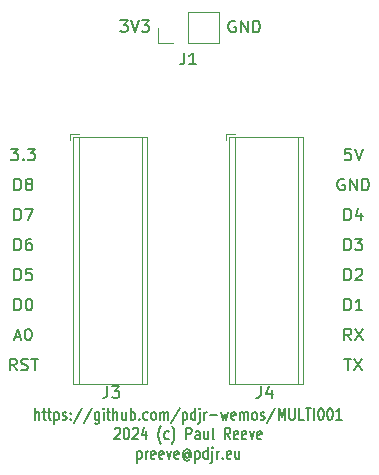
<source format=gto>
%TF.GenerationSoftware,KiCad,Pcbnew,(5.1.9-0-10_14)*%
%TF.CreationDate,2024-01-22T23:17:15+01:00*%
%TF.ProjectId,berker-sensor,6265726b-6572-42d7-9365-6e736f722e6b,rev?*%
%TF.SameCoordinates,Original*%
%TF.FileFunction,Legend,Top*%
%TF.FilePolarity,Positive*%
%FSLAX46Y46*%
G04 Gerber Fmt 4.6, Leading zero omitted, Abs format (unit mm)*
G04 Created by KiCad (PCBNEW (5.1.9-0-10_14)) date 2024-01-22 23:17:15*
%MOMM*%
%LPD*%
G01*
G04 APERTURE LIST*
%ADD10C,0.150000*%
%ADD11C,0.120000*%
G04 APERTURE END LIST*
D10*
X-12952380Y-14802380D02*
X-12952380Y-13802380D01*
X-12609523Y-14802380D02*
X-12609523Y-14278571D01*
X-12647619Y-14183333D01*
X-12723809Y-14135714D01*
X-12838095Y-14135714D01*
X-12914285Y-14183333D01*
X-12952380Y-14230952D01*
X-12342857Y-14135714D02*
X-12038095Y-14135714D01*
X-12228571Y-13802380D02*
X-12228571Y-14659523D01*
X-12190476Y-14754761D01*
X-12114285Y-14802380D01*
X-12038095Y-14802380D01*
X-11885714Y-14135714D02*
X-11580952Y-14135714D01*
X-11771428Y-13802380D02*
X-11771428Y-14659523D01*
X-11733333Y-14754761D01*
X-11657142Y-14802380D01*
X-11580952Y-14802380D01*
X-11314285Y-14135714D02*
X-11314285Y-15135714D01*
X-11314285Y-14183333D02*
X-11238095Y-14135714D01*
X-11085714Y-14135714D01*
X-11009523Y-14183333D01*
X-10971428Y-14230952D01*
X-10933333Y-14326190D01*
X-10933333Y-14611904D01*
X-10971428Y-14707142D01*
X-11009523Y-14754761D01*
X-11085714Y-14802380D01*
X-11238095Y-14802380D01*
X-11314285Y-14754761D01*
X-10628571Y-14754761D02*
X-10552380Y-14802380D01*
X-10400000Y-14802380D01*
X-10323809Y-14754761D01*
X-10285714Y-14659523D01*
X-10285714Y-14611904D01*
X-10323809Y-14516666D01*
X-10400000Y-14469047D01*
X-10514285Y-14469047D01*
X-10590476Y-14421428D01*
X-10628571Y-14326190D01*
X-10628571Y-14278571D01*
X-10590476Y-14183333D01*
X-10514285Y-14135714D01*
X-10400000Y-14135714D01*
X-10323809Y-14183333D01*
X-9942857Y-14707142D02*
X-9904761Y-14754761D01*
X-9942857Y-14802380D01*
X-9980952Y-14754761D01*
X-9942857Y-14707142D01*
X-9942857Y-14802380D01*
X-9942857Y-14183333D02*
X-9904761Y-14230952D01*
X-9942857Y-14278571D01*
X-9980952Y-14230952D01*
X-9942857Y-14183333D01*
X-9942857Y-14278571D01*
X-8990476Y-13754761D02*
X-9676190Y-15040476D01*
X-8152380Y-13754761D02*
X-8838095Y-15040476D01*
X-7542857Y-14135714D02*
X-7542857Y-14945238D01*
X-7580952Y-15040476D01*
X-7619047Y-15088095D01*
X-7695238Y-15135714D01*
X-7809523Y-15135714D01*
X-7885714Y-15088095D01*
X-7542857Y-14754761D02*
X-7619047Y-14802380D01*
X-7771428Y-14802380D01*
X-7847619Y-14754761D01*
X-7885714Y-14707142D01*
X-7923809Y-14611904D01*
X-7923809Y-14326190D01*
X-7885714Y-14230952D01*
X-7847619Y-14183333D01*
X-7771428Y-14135714D01*
X-7619047Y-14135714D01*
X-7542857Y-14183333D01*
X-7161904Y-14802380D02*
X-7161904Y-14135714D01*
X-7161904Y-13802380D02*
X-7200000Y-13850000D01*
X-7161904Y-13897619D01*
X-7123809Y-13850000D01*
X-7161904Y-13802380D01*
X-7161904Y-13897619D01*
X-6895238Y-14135714D02*
X-6590476Y-14135714D01*
X-6780952Y-13802380D02*
X-6780952Y-14659523D01*
X-6742857Y-14754761D01*
X-6666666Y-14802380D01*
X-6590476Y-14802380D01*
X-6323809Y-14802380D02*
X-6323809Y-13802380D01*
X-5980952Y-14802380D02*
X-5980952Y-14278571D01*
X-6019047Y-14183333D01*
X-6095238Y-14135714D01*
X-6209523Y-14135714D01*
X-6285714Y-14183333D01*
X-6323809Y-14230952D01*
X-5257142Y-14135714D02*
X-5257142Y-14802380D01*
X-5600000Y-14135714D02*
X-5600000Y-14659523D01*
X-5561904Y-14754761D01*
X-5485714Y-14802380D01*
X-5371428Y-14802380D01*
X-5295238Y-14754761D01*
X-5257142Y-14707142D01*
X-4876190Y-14802380D02*
X-4876190Y-13802380D01*
X-4876190Y-14183333D02*
X-4800000Y-14135714D01*
X-4647619Y-14135714D01*
X-4571428Y-14183333D01*
X-4533333Y-14230952D01*
X-4495238Y-14326190D01*
X-4495238Y-14611904D01*
X-4533333Y-14707142D01*
X-4571428Y-14754761D01*
X-4647619Y-14802380D01*
X-4800000Y-14802380D01*
X-4876190Y-14754761D01*
X-4152380Y-14707142D02*
X-4114285Y-14754761D01*
X-4152380Y-14802380D01*
X-4190476Y-14754761D01*
X-4152380Y-14707142D01*
X-4152380Y-14802380D01*
X-3428571Y-14754761D02*
X-3504761Y-14802380D01*
X-3657142Y-14802380D01*
X-3733333Y-14754761D01*
X-3771428Y-14707142D01*
X-3809523Y-14611904D01*
X-3809523Y-14326190D01*
X-3771428Y-14230952D01*
X-3733333Y-14183333D01*
X-3657142Y-14135714D01*
X-3504761Y-14135714D01*
X-3428571Y-14183333D01*
X-2971428Y-14802380D02*
X-3047619Y-14754761D01*
X-3085714Y-14707142D01*
X-3123809Y-14611904D01*
X-3123809Y-14326190D01*
X-3085714Y-14230952D01*
X-3047619Y-14183333D01*
X-2971428Y-14135714D01*
X-2857142Y-14135714D01*
X-2780952Y-14183333D01*
X-2742857Y-14230952D01*
X-2704761Y-14326190D01*
X-2704761Y-14611904D01*
X-2742857Y-14707142D01*
X-2780952Y-14754761D01*
X-2857142Y-14802380D01*
X-2971428Y-14802380D01*
X-2361904Y-14802380D02*
X-2361904Y-14135714D01*
X-2361904Y-14230952D02*
X-2323809Y-14183333D01*
X-2247619Y-14135714D01*
X-2133333Y-14135714D01*
X-2057142Y-14183333D01*
X-2019047Y-14278571D01*
X-2019047Y-14802380D01*
X-2019047Y-14278571D02*
X-1980952Y-14183333D01*
X-1904761Y-14135714D01*
X-1790476Y-14135714D01*
X-1714285Y-14183333D01*
X-1676190Y-14278571D01*
X-1676190Y-14802380D01*
X-723809Y-13754761D02*
X-1409523Y-15040476D01*
X-457142Y-14135714D02*
X-457142Y-15135714D01*
X-457142Y-14183333D02*
X-380952Y-14135714D01*
X-228571Y-14135714D01*
X-152380Y-14183333D01*
X-114285Y-14230952D01*
X-76190Y-14326190D01*
X-76190Y-14611904D01*
X-114285Y-14707142D01*
X-152380Y-14754761D01*
X-228571Y-14802380D01*
X-380952Y-14802380D01*
X-457142Y-14754761D01*
X609523Y-14802380D02*
X609523Y-13802380D01*
X609523Y-14754761D02*
X533333Y-14802380D01*
X380952Y-14802380D01*
X304761Y-14754761D01*
X266666Y-14707142D01*
X228571Y-14611904D01*
X228571Y-14326190D01*
X266666Y-14230952D01*
X304761Y-14183333D01*
X380952Y-14135714D01*
X533333Y-14135714D01*
X609523Y-14183333D01*
X990476Y-14135714D02*
X990476Y-14992857D01*
X952380Y-15088095D01*
X876190Y-15135714D01*
X838095Y-15135714D01*
X990476Y-13802380D02*
X952380Y-13850000D01*
X990476Y-13897619D01*
X1028571Y-13850000D01*
X990476Y-13802380D01*
X990476Y-13897619D01*
X1371428Y-14802380D02*
X1371428Y-14135714D01*
X1371428Y-14326190D02*
X1409523Y-14230952D01*
X1447619Y-14183333D01*
X1523809Y-14135714D01*
X1600000Y-14135714D01*
X1866666Y-14421428D02*
X2476190Y-14421428D01*
X2780952Y-14135714D02*
X2933333Y-14802380D01*
X3085714Y-14326190D01*
X3238095Y-14802380D01*
X3390476Y-14135714D01*
X4000000Y-14754761D02*
X3923809Y-14802380D01*
X3771428Y-14802380D01*
X3695238Y-14754761D01*
X3657142Y-14659523D01*
X3657142Y-14278571D01*
X3695238Y-14183333D01*
X3771428Y-14135714D01*
X3923809Y-14135714D01*
X4000000Y-14183333D01*
X4038095Y-14278571D01*
X4038095Y-14373809D01*
X3657142Y-14469047D01*
X4380952Y-14802380D02*
X4380952Y-14135714D01*
X4380952Y-14230952D02*
X4419047Y-14183333D01*
X4495238Y-14135714D01*
X4609523Y-14135714D01*
X4685714Y-14183333D01*
X4723809Y-14278571D01*
X4723809Y-14802380D01*
X4723809Y-14278571D02*
X4761904Y-14183333D01*
X4838095Y-14135714D01*
X4952380Y-14135714D01*
X5028571Y-14183333D01*
X5066666Y-14278571D01*
X5066666Y-14802380D01*
X5561904Y-14802380D02*
X5485714Y-14754761D01*
X5447619Y-14707142D01*
X5409523Y-14611904D01*
X5409523Y-14326190D01*
X5447619Y-14230952D01*
X5485714Y-14183333D01*
X5561904Y-14135714D01*
X5676190Y-14135714D01*
X5752380Y-14183333D01*
X5790476Y-14230952D01*
X5828571Y-14326190D01*
X5828571Y-14611904D01*
X5790476Y-14707142D01*
X5752380Y-14754761D01*
X5676190Y-14802380D01*
X5561904Y-14802380D01*
X6133333Y-14754761D02*
X6209523Y-14802380D01*
X6361904Y-14802380D01*
X6438095Y-14754761D01*
X6476190Y-14659523D01*
X6476190Y-14611904D01*
X6438095Y-14516666D01*
X6361904Y-14469047D01*
X6247619Y-14469047D01*
X6171428Y-14421428D01*
X6133333Y-14326190D01*
X6133333Y-14278571D01*
X6171428Y-14183333D01*
X6247619Y-14135714D01*
X6361904Y-14135714D01*
X6438095Y-14183333D01*
X7390476Y-13754761D02*
X6704761Y-15040476D01*
X7657142Y-14802380D02*
X7657142Y-13802380D01*
X7923809Y-14516666D01*
X8190476Y-13802380D01*
X8190476Y-14802380D01*
X8571428Y-13802380D02*
X8571428Y-14611904D01*
X8609523Y-14707142D01*
X8647619Y-14754761D01*
X8723809Y-14802380D01*
X8876190Y-14802380D01*
X8952380Y-14754761D01*
X8990476Y-14707142D01*
X9028571Y-14611904D01*
X9028571Y-13802380D01*
X9790476Y-14802380D02*
X9409523Y-14802380D01*
X9409523Y-13802380D01*
X9942857Y-13802380D02*
X10400000Y-13802380D01*
X10171428Y-14802380D02*
X10171428Y-13802380D01*
X10666666Y-14802380D02*
X10666666Y-13802380D01*
X11200000Y-13802380D02*
X11276190Y-13802380D01*
X11352380Y-13850000D01*
X11390476Y-13897619D01*
X11428571Y-13992857D01*
X11466666Y-14183333D01*
X11466666Y-14421428D01*
X11428571Y-14611904D01*
X11390476Y-14707142D01*
X11352380Y-14754761D01*
X11276190Y-14802380D01*
X11200000Y-14802380D01*
X11123809Y-14754761D01*
X11085714Y-14707142D01*
X11047619Y-14611904D01*
X11009523Y-14421428D01*
X11009523Y-14183333D01*
X11047619Y-13992857D01*
X11085714Y-13897619D01*
X11123809Y-13850000D01*
X11200000Y-13802380D01*
X11961904Y-13802380D02*
X12038095Y-13802380D01*
X12114285Y-13850000D01*
X12152380Y-13897619D01*
X12190476Y-13992857D01*
X12228571Y-14183333D01*
X12228571Y-14421428D01*
X12190476Y-14611904D01*
X12152380Y-14707142D01*
X12114285Y-14754761D01*
X12038095Y-14802380D01*
X11961904Y-14802380D01*
X11885714Y-14754761D01*
X11847619Y-14707142D01*
X11809523Y-14611904D01*
X11771428Y-14421428D01*
X11771428Y-14183333D01*
X11809523Y-13992857D01*
X11847619Y-13897619D01*
X11885714Y-13850000D01*
X11961904Y-13802380D01*
X12990476Y-14802380D02*
X12533333Y-14802380D01*
X12761904Y-14802380D02*
X12761904Y-13802380D01*
X12685714Y-13945238D01*
X12609523Y-14040476D01*
X12533333Y-14088095D01*
X-6228571Y-15547619D02*
X-6190476Y-15500000D01*
X-6114285Y-15452380D01*
X-5923809Y-15452380D01*
X-5847619Y-15500000D01*
X-5809523Y-15547619D01*
X-5771428Y-15642857D01*
X-5771428Y-15738095D01*
X-5809523Y-15880952D01*
X-6266666Y-16452380D01*
X-5771428Y-16452380D01*
X-5276190Y-15452380D02*
X-5200000Y-15452380D01*
X-5123809Y-15500000D01*
X-5085714Y-15547619D01*
X-5047619Y-15642857D01*
X-5009523Y-15833333D01*
X-5009523Y-16071428D01*
X-5047619Y-16261904D01*
X-5085714Y-16357142D01*
X-5123809Y-16404761D01*
X-5200000Y-16452380D01*
X-5276190Y-16452380D01*
X-5352380Y-16404761D01*
X-5390476Y-16357142D01*
X-5428571Y-16261904D01*
X-5466666Y-16071428D01*
X-5466666Y-15833333D01*
X-5428571Y-15642857D01*
X-5390476Y-15547619D01*
X-5352380Y-15500000D01*
X-5276190Y-15452380D01*
X-4704761Y-15547619D02*
X-4666666Y-15500000D01*
X-4590476Y-15452380D01*
X-4400000Y-15452380D01*
X-4323809Y-15500000D01*
X-4285714Y-15547619D01*
X-4247619Y-15642857D01*
X-4247619Y-15738095D01*
X-4285714Y-15880952D01*
X-4742857Y-16452380D01*
X-4247619Y-16452380D01*
X-3561904Y-15785714D02*
X-3561904Y-16452380D01*
X-3752380Y-15404761D02*
X-3942857Y-16119047D01*
X-3447619Y-16119047D01*
X-2304761Y-16833333D02*
X-2342857Y-16785714D01*
X-2419047Y-16642857D01*
X-2457142Y-16547619D01*
X-2495238Y-16404761D01*
X-2533333Y-16166666D01*
X-2533333Y-15976190D01*
X-2495238Y-15738095D01*
X-2457142Y-15595238D01*
X-2419047Y-15500000D01*
X-2342857Y-15357142D01*
X-2304761Y-15309523D01*
X-1657142Y-16404761D02*
X-1733333Y-16452380D01*
X-1885714Y-16452380D01*
X-1961904Y-16404761D01*
X-2000000Y-16357142D01*
X-2038095Y-16261904D01*
X-2038095Y-15976190D01*
X-2000000Y-15880952D01*
X-1961904Y-15833333D01*
X-1885714Y-15785714D01*
X-1733333Y-15785714D01*
X-1657142Y-15833333D01*
X-1390476Y-16833333D02*
X-1352380Y-16785714D01*
X-1276190Y-16642857D01*
X-1238095Y-16547619D01*
X-1200000Y-16404761D01*
X-1161904Y-16166666D01*
X-1161904Y-15976190D01*
X-1200000Y-15738095D01*
X-1238095Y-15595238D01*
X-1276190Y-15500000D01*
X-1352380Y-15357142D01*
X-1390476Y-15309523D01*
X-171428Y-16452380D02*
X-171428Y-15452380D01*
X133333Y-15452380D01*
X209523Y-15500000D01*
X247619Y-15547619D01*
X285714Y-15642857D01*
X285714Y-15785714D01*
X247619Y-15880952D01*
X209523Y-15928571D01*
X133333Y-15976190D01*
X-171428Y-15976190D01*
X971428Y-16452380D02*
X971428Y-15928571D01*
X933333Y-15833333D01*
X857142Y-15785714D01*
X704761Y-15785714D01*
X628571Y-15833333D01*
X971428Y-16404761D02*
X895238Y-16452380D01*
X704761Y-16452380D01*
X628571Y-16404761D01*
X590476Y-16309523D01*
X590476Y-16214285D01*
X628571Y-16119047D01*
X704761Y-16071428D01*
X895238Y-16071428D01*
X971428Y-16023809D01*
X1695238Y-15785714D02*
X1695238Y-16452380D01*
X1352380Y-15785714D02*
X1352380Y-16309523D01*
X1390476Y-16404761D01*
X1466666Y-16452380D01*
X1580952Y-16452380D01*
X1657142Y-16404761D01*
X1695238Y-16357142D01*
X2190476Y-16452380D02*
X2114285Y-16404761D01*
X2076190Y-16309523D01*
X2076190Y-15452380D01*
X3561904Y-16452380D02*
X3295238Y-15976190D01*
X3104761Y-16452380D02*
X3104761Y-15452380D01*
X3409523Y-15452380D01*
X3485714Y-15500000D01*
X3523809Y-15547619D01*
X3561904Y-15642857D01*
X3561904Y-15785714D01*
X3523809Y-15880952D01*
X3485714Y-15928571D01*
X3409523Y-15976190D01*
X3104761Y-15976190D01*
X4209523Y-16404761D02*
X4133333Y-16452380D01*
X3980952Y-16452380D01*
X3904761Y-16404761D01*
X3866666Y-16309523D01*
X3866666Y-15928571D01*
X3904761Y-15833333D01*
X3980952Y-15785714D01*
X4133333Y-15785714D01*
X4209523Y-15833333D01*
X4247619Y-15928571D01*
X4247619Y-16023809D01*
X3866666Y-16119047D01*
X4895238Y-16404761D02*
X4819047Y-16452380D01*
X4666666Y-16452380D01*
X4590476Y-16404761D01*
X4552380Y-16309523D01*
X4552380Y-15928571D01*
X4590476Y-15833333D01*
X4666666Y-15785714D01*
X4819047Y-15785714D01*
X4895238Y-15833333D01*
X4933333Y-15928571D01*
X4933333Y-16023809D01*
X4552380Y-16119047D01*
X5199999Y-15785714D02*
X5390476Y-16452380D01*
X5580952Y-15785714D01*
X6190476Y-16404761D02*
X6114285Y-16452380D01*
X5961904Y-16452380D01*
X5885714Y-16404761D01*
X5847619Y-16309523D01*
X5847619Y-15928571D01*
X5885714Y-15833333D01*
X5961904Y-15785714D01*
X6114285Y-15785714D01*
X6190476Y-15833333D01*
X6228571Y-15928571D01*
X6228571Y-16023809D01*
X5847619Y-16119047D01*
X-4323809Y-17435714D02*
X-4323809Y-18435714D01*
X-4323809Y-17483333D02*
X-4247619Y-17435714D01*
X-4095238Y-17435714D01*
X-4019047Y-17483333D01*
X-3980952Y-17530952D01*
X-3942857Y-17626190D01*
X-3942857Y-17911904D01*
X-3980952Y-18007142D01*
X-4019047Y-18054761D01*
X-4095238Y-18102380D01*
X-4247619Y-18102380D01*
X-4323809Y-18054761D01*
X-3600000Y-18102380D02*
X-3600000Y-17435714D01*
X-3600000Y-17626190D02*
X-3561904Y-17530952D01*
X-3523809Y-17483333D01*
X-3447619Y-17435714D01*
X-3371428Y-17435714D01*
X-2800000Y-18054761D02*
X-2876190Y-18102380D01*
X-3028571Y-18102380D01*
X-3104761Y-18054761D01*
X-3142857Y-17959523D01*
X-3142857Y-17578571D01*
X-3104761Y-17483333D01*
X-3028571Y-17435714D01*
X-2876190Y-17435714D01*
X-2800000Y-17483333D01*
X-2761904Y-17578571D01*
X-2761904Y-17673809D01*
X-3142857Y-17769047D01*
X-2114285Y-18054761D02*
X-2190476Y-18102380D01*
X-2342857Y-18102380D01*
X-2419047Y-18054761D01*
X-2457142Y-17959523D01*
X-2457142Y-17578571D01*
X-2419047Y-17483333D01*
X-2342857Y-17435714D01*
X-2190476Y-17435714D01*
X-2114285Y-17483333D01*
X-2076190Y-17578571D01*
X-2076190Y-17673809D01*
X-2457142Y-17769047D01*
X-1809523Y-17435714D02*
X-1619047Y-18102380D01*
X-1428571Y-17435714D01*
X-819047Y-18054761D02*
X-895238Y-18102380D01*
X-1047619Y-18102380D01*
X-1123809Y-18054761D01*
X-1161904Y-17959523D01*
X-1161904Y-17578571D01*
X-1123809Y-17483333D01*
X-1047619Y-17435714D01*
X-895238Y-17435714D01*
X-819047Y-17483333D01*
X-780952Y-17578571D01*
X-780952Y-17673809D01*
X-1161904Y-17769047D01*
X57142Y-17626190D02*
X19047Y-17578571D01*
X-57142Y-17530952D01*
X-133333Y-17530952D01*
X-209523Y-17578571D01*
X-247619Y-17626190D01*
X-285714Y-17721428D01*
X-285714Y-17816666D01*
X-247619Y-17911904D01*
X-209523Y-17959523D01*
X-133333Y-18007142D01*
X-57142Y-18007142D01*
X19047Y-17959523D01*
X57142Y-17911904D01*
X57142Y-17530952D02*
X57142Y-17911904D01*
X95238Y-17959523D01*
X133333Y-17959523D01*
X209523Y-17911904D01*
X247619Y-17816666D01*
X247619Y-17578571D01*
X171428Y-17435714D01*
X57142Y-17340476D01*
X-95238Y-17292857D01*
X-247619Y-17340476D01*
X-361904Y-17435714D01*
X-438095Y-17578571D01*
X-476190Y-17769047D01*
X-438095Y-17959523D01*
X-361904Y-18102380D01*
X-247619Y-18197619D01*
X-95238Y-18245238D01*
X57142Y-18197619D01*
X171428Y-18102380D01*
X590476Y-17435714D02*
X590476Y-18435714D01*
X590476Y-17483333D02*
X666666Y-17435714D01*
X819047Y-17435714D01*
X895238Y-17483333D01*
X933333Y-17530952D01*
X971428Y-17626190D01*
X971428Y-17911904D01*
X933333Y-18007142D01*
X895238Y-18054761D01*
X819047Y-18102380D01*
X666666Y-18102380D01*
X590476Y-18054761D01*
X1657142Y-18102380D02*
X1657142Y-17102380D01*
X1657142Y-18054761D02*
X1580952Y-18102380D01*
X1428571Y-18102380D01*
X1352380Y-18054761D01*
X1314285Y-18007142D01*
X1276190Y-17911904D01*
X1276190Y-17626190D01*
X1314285Y-17530952D01*
X1352380Y-17483333D01*
X1428571Y-17435714D01*
X1580952Y-17435714D01*
X1657142Y-17483333D01*
X2038095Y-17435714D02*
X2038095Y-18292857D01*
X1999999Y-18388095D01*
X1923809Y-18435714D01*
X1885714Y-18435714D01*
X2038095Y-17102380D02*
X1999999Y-17150000D01*
X2038095Y-17197619D01*
X2076190Y-17150000D01*
X2038095Y-17102380D01*
X2038095Y-17197619D01*
X2419047Y-18102380D02*
X2419047Y-17435714D01*
X2419047Y-17626190D02*
X2457142Y-17530952D01*
X2495238Y-17483333D01*
X2571428Y-17435714D01*
X2647619Y-17435714D01*
X2914285Y-18007142D02*
X2952380Y-18054761D01*
X2914285Y-18102380D01*
X2876190Y-18054761D01*
X2914285Y-18007142D01*
X2914285Y-18102380D01*
X3599999Y-18054761D02*
X3523809Y-18102380D01*
X3371428Y-18102380D01*
X3295238Y-18054761D01*
X3257142Y-17959523D01*
X3257142Y-17578571D01*
X3295238Y-17483333D01*
X3371428Y-17435714D01*
X3523809Y-17435714D01*
X3599999Y-17483333D01*
X3638095Y-17578571D01*
X3638095Y-17673809D01*
X3257142Y-17769047D01*
X4323809Y-17435714D02*
X4323809Y-18102380D01*
X3980952Y-17435714D02*
X3980952Y-17959523D01*
X4019047Y-18054761D01*
X4095238Y-18102380D01*
X4209523Y-18102380D01*
X4285714Y-18054761D01*
X4323809Y-18007142D01*
X13779523Y8167619D02*
X13303333Y8167619D01*
X13255714Y7691428D01*
X13303333Y7739047D01*
X13398571Y7786666D01*
X13636666Y7786666D01*
X13731904Y7739047D01*
X13779523Y7691428D01*
X13827142Y7596190D01*
X13827142Y7358095D01*
X13779523Y7262857D01*
X13731904Y7215238D01*
X13636666Y7167619D01*
X13398571Y7167619D01*
X13303333Y7215238D01*
X13255714Y7262857D01*
X14112857Y8167619D02*
X14446190Y7167619D01*
X14779523Y8167619D01*
X3988095Y18950000D02*
X3892857Y18997619D01*
X3750000Y18997619D01*
X3607142Y18950000D01*
X3511904Y18854761D01*
X3464285Y18759523D01*
X3416666Y18569047D01*
X3416666Y18426190D01*
X3464285Y18235714D01*
X3511904Y18140476D01*
X3607142Y18045238D01*
X3750000Y17997619D01*
X3845238Y17997619D01*
X3988095Y18045238D01*
X4035714Y18092857D01*
X4035714Y18426190D01*
X3845238Y18426190D01*
X4464285Y17997619D02*
X4464285Y18997619D01*
X5035714Y17997619D01*
X5035714Y18997619D01*
X5511904Y17997619D02*
X5511904Y18997619D01*
X5750000Y18997619D01*
X5892857Y18950000D01*
X5988095Y18854761D01*
X6035714Y18759523D01*
X6083333Y18569047D01*
X6083333Y18426190D01*
X6035714Y18235714D01*
X5988095Y18140476D01*
X5892857Y18045238D01*
X5750000Y17997619D01*
X5511904Y17997619D01*
X-5738095Y19047619D02*
X-5119047Y19047619D01*
X-5452380Y18666666D01*
X-5309523Y18666666D01*
X-5214285Y18619047D01*
X-5166666Y18571428D01*
X-5119047Y18476190D01*
X-5119047Y18238095D01*
X-5166666Y18142857D01*
X-5214285Y18095238D01*
X-5309523Y18047619D01*
X-5595238Y18047619D01*
X-5690476Y18095238D01*
X-5738095Y18142857D01*
X-4833333Y19047619D02*
X-4500000Y18047619D01*
X-4166666Y19047619D01*
X-3928571Y19047619D02*
X-3309523Y19047619D01*
X-3642857Y18666666D01*
X-3500000Y18666666D01*
X-3404761Y18619047D01*
X-3357142Y18571428D01*
X-3309523Y18476190D01*
X-3309523Y18238095D01*
X-3357142Y18142857D01*
X-3404761Y18095238D01*
X-3500000Y18047619D01*
X-3785714Y18047619D01*
X-3880952Y18095238D01*
X-3928571Y18142857D01*
X-14517619Y-10612380D02*
X-14850952Y-10136190D01*
X-15089047Y-10612380D02*
X-15089047Y-9612380D01*
X-14708095Y-9612380D01*
X-14612857Y-9660000D01*
X-14565238Y-9707619D01*
X-14517619Y-9802857D01*
X-14517619Y-9945714D01*
X-14565238Y-10040952D01*
X-14612857Y-10088571D01*
X-14708095Y-10136190D01*
X-15089047Y-10136190D01*
X-14136666Y-10564761D02*
X-13993809Y-10612380D01*
X-13755714Y-10612380D01*
X-13660476Y-10564761D01*
X-13612857Y-10517142D01*
X-13565238Y-10421904D01*
X-13565238Y-10326666D01*
X-13612857Y-10231428D01*
X-13660476Y-10183809D01*
X-13755714Y-10136190D01*
X-13946190Y-10088571D01*
X-14041428Y-10040952D01*
X-14089047Y-9993333D01*
X-14136666Y-9898095D01*
X-14136666Y-9802857D01*
X-14089047Y-9707619D01*
X-14041428Y-9660000D01*
X-13946190Y-9612380D01*
X-13708095Y-9612380D01*
X-13565238Y-9660000D01*
X-13279523Y-9612380D02*
X-12708095Y-9612380D01*
X-12993809Y-10612380D02*
X-12993809Y-9612380D01*
X-14684285Y-7786666D02*
X-14208095Y-7786666D01*
X-14779523Y-8072380D02*
X-14446190Y-7072380D01*
X-14112857Y-8072380D01*
X-13589047Y-7072380D02*
X-13493809Y-7072380D01*
X-13398571Y-7120000D01*
X-13350952Y-7167619D01*
X-13303333Y-7262857D01*
X-13255714Y-7453333D01*
X-13255714Y-7691428D01*
X-13303333Y-7881904D01*
X-13350952Y-7977142D01*
X-13398571Y-8024761D01*
X-13493809Y-8072380D01*
X-13589047Y-8072380D01*
X-13684285Y-8024761D01*
X-13731904Y-7977142D01*
X-13779523Y-7881904D01*
X-13827142Y-7691428D01*
X-13827142Y-7453333D01*
X-13779523Y-7262857D01*
X-13731904Y-7167619D01*
X-13684285Y-7120000D01*
X-13589047Y-7072380D01*
X-14708095Y-5532380D02*
X-14708095Y-4532380D01*
X-14470000Y-4532380D01*
X-14327142Y-4580000D01*
X-14231904Y-4675238D01*
X-14184285Y-4770476D01*
X-14136666Y-4960952D01*
X-14136666Y-5103809D01*
X-14184285Y-5294285D01*
X-14231904Y-5389523D01*
X-14327142Y-5484761D01*
X-14470000Y-5532380D01*
X-14708095Y-5532380D01*
X-13517619Y-4532380D02*
X-13422380Y-4532380D01*
X-13327142Y-4580000D01*
X-13279523Y-4627619D01*
X-13231904Y-4722857D01*
X-13184285Y-4913333D01*
X-13184285Y-5151428D01*
X-13231904Y-5341904D01*
X-13279523Y-5437142D01*
X-13327142Y-5484761D01*
X-13422380Y-5532380D01*
X-13517619Y-5532380D01*
X-13612857Y-5484761D01*
X-13660476Y-5437142D01*
X-13708095Y-5341904D01*
X-13755714Y-5151428D01*
X-13755714Y-4913333D01*
X-13708095Y-4722857D01*
X-13660476Y-4627619D01*
X-13612857Y-4580000D01*
X-13517619Y-4532380D01*
X-14708095Y-2992380D02*
X-14708095Y-1992380D01*
X-14470000Y-1992380D01*
X-14327142Y-2040000D01*
X-14231904Y-2135238D01*
X-14184285Y-2230476D01*
X-14136666Y-2420952D01*
X-14136666Y-2563809D01*
X-14184285Y-2754285D01*
X-14231904Y-2849523D01*
X-14327142Y-2944761D01*
X-14470000Y-2992380D01*
X-14708095Y-2992380D01*
X-13231904Y-1992380D02*
X-13708095Y-1992380D01*
X-13755714Y-2468571D01*
X-13708095Y-2420952D01*
X-13612857Y-2373333D01*
X-13374761Y-2373333D01*
X-13279523Y-2420952D01*
X-13231904Y-2468571D01*
X-13184285Y-2563809D01*
X-13184285Y-2801904D01*
X-13231904Y-2897142D01*
X-13279523Y-2944761D01*
X-13374761Y-2992380D01*
X-13612857Y-2992380D01*
X-13708095Y-2944761D01*
X-13755714Y-2897142D01*
X-14708095Y-452380D02*
X-14708095Y547619D01*
X-14470000Y547619D01*
X-14327142Y500000D01*
X-14231904Y404761D01*
X-14184285Y309523D01*
X-14136666Y119047D01*
X-14136666Y-23809D01*
X-14184285Y-214285D01*
X-14231904Y-309523D01*
X-14327142Y-404761D01*
X-14470000Y-452380D01*
X-14708095Y-452380D01*
X-13279523Y547619D02*
X-13470000Y547619D01*
X-13565238Y500000D01*
X-13612857Y452380D01*
X-13708095Y309523D01*
X-13755714Y119047D01*
X-13755714Y-261904D01*
X-13708095Y-357142D01*
X-13660476Y-404761D01*
X-13565238Y-452380D01*
X-13374761Y-452380D01*
X-13279523Y-404761D01*
X-13231904Y-357142D01*
X-13184285Y-261904D01*
X-13184285Y-23809D01*
X-13231904Y71428D01*
X-13279523Y119047D01*
X-13374761Y166666D01*
X-13565238Y166666D01*
X-13660476Y119047D01*
X-13708095Y71428D01*
X-13755714Y-23809D01*
X-14708095Y2087619D02*
X-14708095Y3087619D01*
X-14470000Y3087619D01*
X-14327142Y3040000D01*
X-14231904Y2944761D01*
X-14184285Y2849523D01*
X-14136666Y2659047D01*
X-14136666Y2516190D01*
X-14184285Y2325714D01*
X-14231904Y2230476D01*
X-14327142Y2135238D01*
X-14470000Y2087619D01*
X-14708095Y2087619D01*
X-13803333Y3087619D02*
X-13136666Y3087619D01*
X-13565238Y2087619D01*
X-14708095Y4627619D02*
X-14708095Y5627619D01*
X-14470000Y5627619D01*
X-14327142Y5580000D01*
X-14231904Y5484761D01*
X-14184285Y5389523D01*
X-14136666Y5199047D01*
X-14136666Y5056190D01*
X-14184285Y4865714D01*
X-14231904Y4770476D01*
X-14327142Y4675238D01*
X-14470000Y4627619D01*
X-14708095Y4627619D01*
X-13565238Y5199047D02*
X-13660476Y5246666D01*
X-13708095Y5294285D01*
X-13755714Y5389523D01*
X-13755714Y5437142D01*
X-13708095Y5532380D01*
X-13660476Y5580000D01*
X-13565238Y5627619D01*
X-13374761Y5627619D01*
X-13279523Y5580000D01*
X-13231904Y5532380D01*
X-13184285Y5437142D01*
X-13184285Y5389523D01*
X-13231904Y5294285D01*
X-13279523Y5246666D01*
X-13374761Y5199047D01*
X-13565238Y5199047D01*
X-13660476Y5151428D01*
X-13708095Y5103809D01*
X-13755714Y5008571D01*
X-13755714Y4818095D01*
X-13708095Y4722857D01*
X-13660476Y4675238D01*
X-13565238Y4627619D01*
X-13374761Y4627619D01*
X-13279523Y4675238D01*
X-13231904Y4722857D01*
X-13184285Y4818095D01*
X-13184285Y5008571D01*
X-13231904Y5103809D01*
X-13279523Y5151428D01*
X-13374761Y5199047D01*
X-15017619Y8167619D02*
X-14398571Y8167619D01*
X-14731904Y7786666D01*
X-14589047Y7786666D01*
X-14493809Y7739047D01*
X-14446190Y7691428D01*
X-14398571Y7596190D01*
X-14398571Y7358095D01*
X-14446190Y7262857D01*
X-14493809Y7215238D01*
X-14589047Y7167619D01*
X-14874761Y7167619D01*
X-14970000Y7215238D01*
X-15017619Y7262857D01*
X-13970000Y7262857D02*
X-13922380Y7215238D01*
X-13970000Y7167619D01*
X-14017619Y7215238D01*
X-13970000Y7262857D01*
X-13970000Y7167619D01*
X-13589047Y8167619D02*
X-12970000Y8167619D01*
X-13303333Y7786666D01*
X-13160476Y7786666D01*
X-13065238Y7739047D01*
X-13017619Y7691428D01*
X-12970000Y7596190D01*
X-12970000Y7358095D01*
X-13017619Y7262857D01*
X-13065238Y7215238D01*
X-13160476Y7167619D01*
X-13446190Y7167619D01*
X-13541428Y7215238D01*
X-13589047Y7262857D01*
X13208095Y-9612380D02*
X13779523Y-9612380D01*
X13493809Y-10612380D02*
X13493809Y-9612380D01*
X14017619Y-9612380D02*
X14684285Y-10612380D01*
X14684285Y-9612380D02*
X14017619Y-10612380D01*
X13803333Y-8072380D02*
X13470000Y-7596190D01*
X13231904Y-8072380D02*
X13231904Y-7072380D01*
X13612857Y-7072380D01*
X13708095Y-7120000D01*
X13755714Y-7167619D01*
X13803333Y-7262857D01*
X13803333Y-7405714D01*
X13755714Y-7500952D01*
X13708095Y-7548571D01*
X13612857Y-7596190D01*
X13231904Y-7596190D01*
X14136666Y-7072380D02*
X14803333Y-8072380D01*
X14803333Y-7072380D02*
X14136666Y-8072380D01*
X13231904Y-452380D02*
X13231904Y547619D01*
X13470000Y547619D01*
X13612857Y500000D01*
X13708095Y404761D01*
X13755714Y309523D01*
X13803333Y119047D01*
X13803333Y-23809D01*
X13755714Y-214285D01*
X13708095Y-309523D01*
X13612857Y-404761D01*
X13470000Y-452380D01*
X13231904Y-452380D01*
X14136666Y547619D02*
X14755714Y547619D01*
X14422380Y166666D01*
X14565238Y166666D01*
X14660476Y119047D01*
X14708095Y71428D01*
X14755714Y-23809D01*
X14755714Y-261904D01*
X14708095Y-357142D01*
X14660476Y-404761D01*
X14565238Y-452380D01*
X14279523Y-452380D01*
X14184285Y-404761D01*
X14136666Y-357142D01*
X13231904Y-5532380D02*
X13231904Y-4532380D01*
X13470000Y-4532380D01*
X13612857Y-4580000D01*
X13708095Y-4675238D01*
X13755714Y-4770476D01*
X13803333Y-4960952D01*
X13803333Y-5103809D01*
X13755714Y-5294285D01*
X13708095Y-5389523D01*
X13612857Y-5484761D01*
X13470000Y-5532380D01*
X13231904Y-5532380D01*
X14755714Y-5532380D02*
X14184285Y-5532380D01*
X14470000Y-5532380D02*
X14470000Y-4532380D01*
X14374761Y-4675238D01*
X14279523Y-4770476D01*
X14184285Y-4818095D01*
X13231904Y-2992380D02*
X13231904Y-1992380D01*
X13470000Y-1992380D01*
X13612857Y-2040000D01*
X13708095Y-2135238D01*
X13755714Y-2230476D01*
X13803333Y-2420952D01*
X13803333Y-2563809D01*
X13755714Y-2754285D01*
X13708095Y-2849523D01*
X13612857Y-2944761D01*
X13470000Y-2992380D01*
X13231904Y-2992380D01*
X14184285Y-2087619D02*
X14231904Y-2040000D01*
X14327142Y-1992380D01*
X14565238Y-1992380D01*
X14660476Y-2040000D01*
X14708095Y-2087619D01*
X14755714Y-2182857D01*
X14755714Y-2278095D01*
X14708095Y-2420952D01*
X14136666Y-2992380D01*
X14755714Y-2992380D01*
X13231904Y2087619D02*
X13231904Y3087619D01*
X13470000Y3087619D01*
X13612857Y3040000D01*
X13708095Y2944761D01*
X13755714Y2849523D01*
X13803333Y2659047D01*
X13803333Y2516190D01*
X13755714Y2325714D01*
X13708095Y2230476D01*
X13612857Y2135238D01*
X13470000Y2087619D01*
X13231904Y2087619D01*
X14660476Y2754285D02*
X14660476Y2087619D01*
X14422380Y3135238D02*
X14184285Y2420952D01*
X14803333Y2420952D01*
X13208095Y5580000D02*
X13112857Y5627619D01*
X12970000Y5627619D01*
X12827142Y5580000D01*
X12731904Y5484761D01*
X12684285Y5389523D01*
X12636666Y5199047D01*
X12636666Y5056190D01*
X12684285Y4865714D01*
X12731904Y4770476D01*
X12827142Y4675238D01*
X12970000Y4627619D01*
X13065238Y4627619D01*
X13208095Y4675238D01*
X13255714Y4722857D01*
X13255714Y5056190D01*
X13065238Y5056190D01*
X13684285Y4627619D02*
X13684285Y5627619D01*
X14255714Y4627619D01*
X14255714Y5627619D01*
X14731904Y4627619D02*
X14731904Y5627619D01*
X14970000Y5627619D01*
X15112857Y5580000D01*
X15208095Y5484761D01*
X15255714Y5389523D01*
X15303333Y5199047D01*
X15303333Y5056190D01*
X15255714Y4865714D01*
X15208095Y4770476D01*
X15112857Y4675238D01*
X14970000Y4627619D01*
X14731904Y4627619D01*
D11*
%TO.C,J1*%
X2610000Y17070000D02*
X2610000Y19730000D01*
X10000Y17070000D02*
X2610000Y17070000D01*
X10000Y19730000D02*
X2610000Y19730000D01*
X10000Y17070000D02*
X10000Y19730000D01*
X-1260000Y17070000D02*
X-2590000Y17070000D01*
X-2590000Y17070000D02*
X-2590000Y18400000D01*
%TO.C,J4*%
X4000000Y9160000D02*
X4000000Y-11741000D01*
X9300000Y9160000D02*
X9300000Y-11741000D01*
X9760000Y9160000D02*
X9760000Y-11741000D01*
X3440000Y9160000D02*
X3440000Y-11741000D01*
X9760000Y9160000D02*
X3440000Y9160000D01*
X9760000Y-11741000D02*
X3440000Y-11741000D01*
X3940000Y9400000D02*
X3200000Y9400000D01*
X3200000Y9400000D02*
X3200000Y8900000D01*
%TO.C,J3*%
X-9200000Y9160000D02*
X-9200000Y-11741000D01*
X-3900000Y9160000D02*
X-3900000Y-11741000D01*
X-3440000Y9160000D02*
X-3440000Y-11741000D01*
X-9760000Y9160000D02*
X-9760000Y-11741000D01*
X-3440000Y9160000D02*
X-9760000Y9160000D01*
X-3440000Y-11741000D02*
X-9760000Y-11741000D01*
X-9260000Y9400000D02*
X-10000000Y9400000D01*
X-10000000Y9400000D02*
X-10000000Y8900000D01*
%TO.C,J1*%
D10*
X-333333Y16297619D02*
X-333333Y15583333D01*
X-380952Y15440476D01*
X-476190Y15345238D01*
X-619047Y15297619D01*
X-714285Y15297619D01*
X666666Y15297619D02*
X95238Y15297619D01*
X380952Y15297619D02*
X380952Y16297619D01*
X285714Y16154761D01*
X190476Y16059523D01*
X95238Y16011904D01*
%TO.C,J4*%
X6166666Y-11952380D02*
X6166666Y-12666666D01*
X6119047Y-12809523D01*
X6023809Y-12904761D01*
X5880952Y-12952380D01*
X5785714Y-12952380D01*
X7071428Y-12285714D02*
X7071428Y-12952380D01*
X6833333Y-11904761D02*
X6595238Y-12619047D01*
X7214285Y-12619047D01*
%TO.C,J3*%
X-6833333Y-11952380D02*
X-6833333Y-12666666D01*
X-6880952Y-12809523D01*
X-6976190Y-12904761D01*
X-7119047Y-12952380D01*
X-7214285Y-12952380D01*
X-6452380Y-11952380D02*
X-5833333Y-11952380D01*
X-6166666Y-12333333D01*
X-6023809Y-12333333D01*
X-5928571Y-12380952D01*
X-5880952Y-12428571D01*
X-5833333Y-12523809D01*
X-5833333Y-12761904D01*
X-5880952Y-12857142D01*
X-5928571Y-12904761D01*
X-6023809Y-12952380D01*
X-6309523Y-12952380D01*
X-6404761Y-12904761D01*
X-6452380Y-12857142D01*
%TD*%
M02*

</source>
